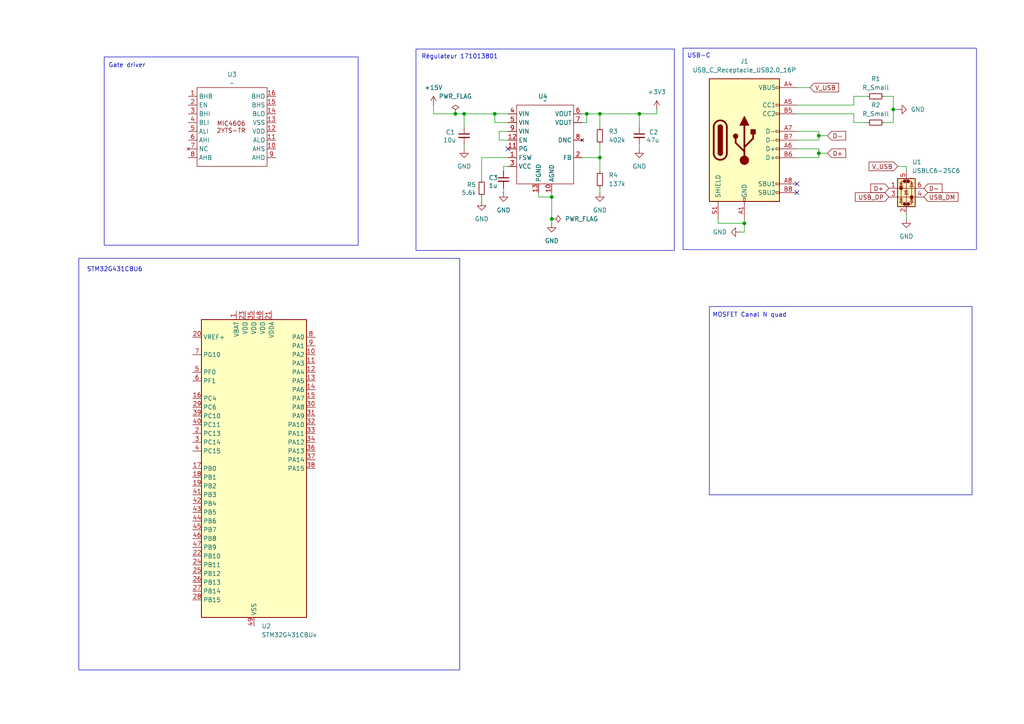
<source format=kicad_sch>
(kicad_sch (version 20231120) (generator "eeschema") (generator_version "8.0")
  (paper "A4")
  (lib_symbols
    (symbol "Connector:USB_C_Receptacle_USB2.0_16P" (pin_names (offset 1.016))
      (property "Reference" "J" (at 0 22.225 0))
      (property "Value" "USB_C_Receptacle_USB2.0_16P" (at 0 19.685 0))
      (symbol "USB_C_Receptacle_USB2.0_16P_0_0"
        (rectangle (start -0.254 -17.78) (end 0.254 -16.764))
        (rectangle (start 10.16 -14.986) (end 9.144 -15.494))
        (rectangle (start 10.16 -12.446) (end 9.144 -12.954))
        (rectangle (start 10.16 -4.826) (end 9.144 -5.334))
        (rectangle (start 10.16 -2.286) (end 9.144 -2.794))
        (rectangle (start 10.16 0.254) (end 9.144 -0.254))
        (rectangle (start 10.16 2.794) (end 9.144 2.286))
        (rectangle (start 10.16 7.874) (end 9.144 7.366))
        (rectangle (start 10.16 10.414) (end 9.144 9.906))
        (rectangle (start 10.16 15.494) (end 9.144 14.986))
      )
      (symbol "USB_C_Receptacle_USB2.0_16P_0_1"
        (rectangle (start -10.16 17.78) (end 10.16 -17.78) (stroke (width 0.254)) (fill (type background)))
        (arc (start -8.89 -3.81) (mid -6.985 -5.7067) (end -5.08 -3.81) (stroke (width 0.508)))
        (arc (start -7.62 -3.81) (mid -6.985 -4.4423) (end -6.35 -3.81) (stroke (width 0.254)))
        (arc (start -7.62 -3.81) (mid -6.985 -4.4423) (end -6.35 -3.81) (stroke (width 0.254)) (fill (type outline)))
        (rectangle (start -7.62 -3.81) (end -6.35 3.81) (stroke (width 0.254)) (fill (type outline)))
        (arc (start -6.35 3.81) (mid -6.985 4.4423) (end -7.62 3.81) (stroke (width 0.254)))
        (arc (start -6.35 3.81) (mid -6.985 4.4423) (end -7.62 3.81) (stroke (width 0.254)) (fill (type outline)))
        (arc (start -5.08 3.81) (mid -6.985 5.7067) (end -8.89 3.81) (stroke (width 0.508)))
        (circle (center -2.54 1.143) (radius 0.635) (stroke (width 0.254)) (fill (type outline)))
        (circle (center 0 -5.842) (radius 1.27) (fill (type outline)))
        (polyline (pts (xy -8.89 -3.81) (xy -8.89 3.81)) (stroke (width 0.508)))
        (polyline (pts (xy -5.08 3.81) (xy -5.08 -3.81)) (stroke (width 0.508)))
        (polyline (pts (xy 0 -5.842) (xy 0 4.318)) (stroke (width 0.508)))
        (polyline (pts (xy 0 -3.302) (xy -2.54 -0.762) (xy -2.54 0.508)) (stroke (width 0.508)))
        (polyline (pts (xy 0 -2.032) (xy 2.54 0.508) (xy 2.54 1.778)) (stroke (width 0.508)))
        (polyline (pts (xy -1.27 4.318) (xy 0 6.858) (xy 1.27 4.318) (xy -1.27 4.318)) (stroke (width 0.254)) (fill (type outline)))
        (rectangle (start 1.905 1.778) (end 3.175 3.048) (stroke (width 0.254)) (fill (type outline)))
      )
      (symbol "USB_C_Receptacle_USB2.0_16P_1_1"
        (pin passive line (at 0 -22.86 90) (length 5.08) (name "GND") (number "A1"))
        (pin passive line (at 0 -22.86 90) (length 5.08) hide (name "GND") (number "A12"))
        (pin passive line (at 15.24 15.24 180) (length 5.08) (name "VBUS") (number "A4"))
        (pin bidirectional line (at 15.24 10.16 180) (length 5.08) (name "CC1") (number "A5"))
        (pin bidirectional line (at 15.24 -2.54 180) (length 5.08) (name "D+") (number "A6"))
        (pin bidirectional line (at 15.24 2.54 180) (length 5.08) (name "D-") (number "A7"))
        (pin bidirectional line (at 15.24 -12.7 180) (length 5.08) (name "SBU1") (number "A8"))
        (pin passive line (at 15.24 15.24 180) (length 5.08) hide (name "VBUS") (number "A9"))
        (pin passive line (at 0 -22.86 90) (length 5.08) hide (name "GND") (number "B1"))
        (pin passive line (at 0 -22.86 90) (length 5.08) hide (name "GND") (number "B12"))
        (pin passive line (at 15.24 15.24 180) (length 5.08) hide (name "VBUS") (number "B4"))
        (pin bidirectional line (at 15.24 7.62 180) (length 5.08) (name "CC2") (number "B5"))
        (pin bidirectional line (at 15.24 -5.08 180) (length 5.08) (name "D+") (number "B6"))
        (pin bidirectional line (at 15.24 0 180) (length 5.08) (name "D-") (number "B7"))
        (pin bidirectional line (at 15.24 -15.24 180) (length 5.08) (name "SBU2") (number "B8"))
        (pin passive line (at 15.24 15.24 180) (length 5.08) hide (name "VBUS") (number "B9"))
        (pin passive line (at -7.62 -22.86 90) (length 5.08) (name "SHIELD") (number "S1"))
      )
    )
    (symbol "Device:C_Small" (pin_numbers hide) (pin_names (offset 0.254) hide)
      (property "Reference" "C" (at 0.254 1.778 0))
      (property "Value" "C_Small" (at 0.254 -2.032 0))
      (symbol "C_Small_0_1"
        (polyline (pts (xy -1.524 -0.508) (xy 1.524 -0.508)) (stroke (width 0.3302)))
        (polyline (pts (xy -1.524 0.508) (xy 1.524 0.508)) (stroke (width 0.3048)))
      )
      (symbol "C_Small_1_1"
        (pin passive line (at 0 2.54 270) (length 2.032) (name "~") (number "1"))
        (pin passive line (at 0 -2.54 90) (length 2.032) (name "~") (number "2"))
      )
    )
    (symbol "Device:R_Small" (pin_numbers hide) (pin_names (offset 0.254) hide)
      (property "Reference" "R" (at 0.762 0.508 0))
      (property "Value" "R_Small" (at 0.762 -1.016 0))
      (symbol "R_Small_0_1"
        (rectangle (start -0.762 1.778) (end 0.762 -1.778) (stroke (width 0.2032)))
      )
      (symbol "R_Small_1_1"
        (pin passive line (at 0 2.54 270) (length 0.762) (name "~") (number "1"))
        (pin passive line (at 0 -2.54 90) (length 0.762) (name "~") (number "2"))
      )
    )
    (symbol "MCU_ST_STM32G4:STM32G431CBUx"
      (property "Reference" "U" (at -15.24 44.45 0))
      (property "Value" "STM32G431CBUx" (at 7.62 44.45 0))
      (symbol "STM32G431CBUx_0_1"
        (rectangle (start -15.24 -43.18) (end 15.24 43.18) (stroke (width 0.254)) (fill (type background)))
      )
      (symbol "STM32G431CBUx_1_1"
        (pin power_in line (at -5.08 45.72 270) (length 2.54) (name "VBAT") (number "1"))
        (pin bidirectional line (at 17.78 33.02 180) (length 2.54) (name "PA2") (number "10"))
        (pin bidirectional line (at 17.78 30.48 180) (length 2.54) (name "PA3") (number "11"))
        (pin bidirectional line (at 17.78 27.94 180) (length 2.54) (name "PA4") (number "12"))
        (pin bidirectional line (at 17.78 25.4 180) (length 2.54) (name "PA5") (number "13"))
        (pin bidirectional line (at 17.78 22.86 180) (length 2.54) (name "PA6") (number "14"))
        (pin bidirectional line (at 17.78 20.32 180) (length 2.54) (name "PA7") (number "15"))
        (pin bidirectional line (at -17.78 20.32 0) (length 2.54) (name "PC4") (number "16"))
        (pin bidirectional line (at -17.78 0 0) (length 2.54) (name "PB0") (number "17"))
        (pin bidirectional line (at -17.78 -2.54 0) (length 2.54) (name "PB1") (number "18"))
        (pin bidirectional line (at -17.78 -5.08 0) (length 2.54) (name "PB2") (number "19"))
        (pin bidirectional line (at -17.78 10.16 0) (length 2.54) (name "PC13") (number "2"))
        (pin input line (at -17.78 38.1 0) (length 2.54) (name "VREF+") (number "20"))
        (pin power_in line (at 5.08 45.72 270) (length 2.54) (name "VDDA") (number "21"))
        (pin bidirectional line (at -17.78 -25.4 0) (length 2.54) (name "PB10") (number "22"))
        (pin power_in line (at -2.54 45.72 270) (length 2.54) (name "VDD") (number "23"))
        (pin bidirectional line (at -17.78 -27.94 0) (length 2.54) (name "PB11") (number "24"))
        (pin bidirectional line (at -17.78 -30.48 0) (length 2.54) (name "PB12") (number "25"))
        (pin bidirectional line (at -17.78 -33.02 0) (length 2.54) (name "PB13") (number "26"))
        (pin bidirectional line (at -17.78 -35.56 0) (length 2.54) (name "PB14") (number "27"))
        (pin bidirectional line (at -17.78 -38.1 0) (length 2.54) (name "PB15") (number "28"))
        (pin bidirectional line (at -17.78 17.78 0) (length 2.54) (name "PC6") (number "29"))
        (pin bidirectional line (at -17.78 7.62 0) (length 2.54) (name "PC14") (number "3"))
        (pin bidirectional line (at 17.78 17.78 180) (length 2.54) (name "PA8") (number "30"))
        (pin bidirectional line (at 17.78 15.24 180) (length 2.54) (name "PA9") (number "31"))
        (pin bidirectional line (at 17.78 12.7 180) (length 2.54) (name "PA10") (number "32"))
        (pin bidirectional line (at 17.78 10.16 180) (length 2.54) (name "PA11") (number "33"))
        (pin bidirectional line (at 17.78 7.62 180) (length 2.54) (name "PA12") (number "34"))
        (pin power_in line (at 0 45.72 270) (length 2.54) (name "VDD") (number "35"))
        (pin bidirectional line (at 17.78 5.08 180) (length 2.54) (name "PA13") (number "36"))
        (pin bidirectional line (at 17.78 2.54 180) (length 2.54) (name "PA14") (number "37"))
        (pin bidirectional line (at 17.78 0 180) (length 2.54) (name "PA15") (number "38"))
        (pin bidirectional line (at -17.78 15.24 0) (length 2.54) (name "PC10") (number "39"))
        (pin bidirectional line (at -17.78 5.08 0) (length 2.54) (name "PC15") (number "4"))
        (pin bidirectional line (at -17.78 12.7 0) (length 2.54) (name "PC11") (number "40"))
        (pin bidirectional line (at -17.78 -7.62 0) (length 2.54) (name "PB3") (number "41"))
        (pin bidirectional line (at -17.78 -10.16 0) (length 2.54) (name "PB4") (number "42"))
        (pin bidirectional line (at -17.78 -12.7 0) (length 2.54) (name "PB5") (number "43"))
        (pin bidirectional line (at -17.78 -15.24 0) (length 2.54) (name "PB6") (number "44"))
        (pin bidirectional line (at -17.78 -17.78 0) (length 2.54) (name "PB7") (number "45"))
        (pin bidirectional line (at -17.78 -20.32 0) (length 2.54) (name "PB8") (number "46"))
        (pin bidirectional line (at -17.78 -22.86 0) (length 2.54) (name "PB9") (number "47"))
        (pin power_in line (at 2.54 45.72 270) (length 2.54) (name "VDD") (number "48"))
        (pin power_in line (at 0 -45.72 90) (length 2.54) (name "VSS") (number "49"))
        (pin bidirectional line (at -17.78 27.94 0) (length 2.54) (name "PF0") (number "5"))
        (pin bidirectional line (at -17.78 25.4 0) (length 2.54) (name "PF1") (number "6"))
        (pin bidirectional line (at -17.78 33.02 0) (length 2.54) (name "PG10") (number "7"))
        (pin bidirectional line (at 17.78 38.1 180) (length 2.54) (name "PA0") (number "8"))
        (pin bidirectional line (at 17.78 35.56 180) (length 2.54) (name "PA1") (number "9"))
      )
    )
    (symbol "Power_Protection:USBLC6-2SC6" (pin_names hide)
      (property "Reference" "U" (at 0.635 5.715 0))
      (property "Value" "USBLC6-2SC6" (at 0.635 3.81 0))
      (symbol "USBLC6-2SC6_0_0"
        (circle (center -1.524 0) (radius 0.0001) (stroke (width 0.508)))
        (circle (center -0.508 -4.572) (radius 0.0001) (stroke (width 0.508)))
        (circle (center -0.508 2.032) (radius 0.0001) (stroke (width 0.508)))
        (circle (center 0.508 -4.572) (radius 0.0001) (stroke (width 0.508)))
        (circle (center 0.508 2.032) (radius 0.0001) (stroke (width 0.508)))
        (circle (center 1.524 -2.54) (radius 0.0001) (stroke (width 0.508)))
      )
      (symbol "USBLC6-2SC6_0_1"
        (polyline (pts (xy -2.54 -2.54) (xy 2.54 -2.54)))
        (polyline (pts (xy -2.54 0) (xy 2.54 0)))
        (polyline (pts (xy -2.032 -3.048) (xy -1.016 -3.048)))
        (polyline (pts (xy -1.016 1.524) (xy -2.032 1.524)))
        (polyline (pts (xy 1.016 -3.048) (xy 2.032 -3.048)))
        (polyline (pts (xy 1.016 1.524) (xy 2.032 1.524)))
        (polyline (pts (xy -0.508 -1.143) (xy -0.508 -0.762) (xy 0.508 -0.762)))
        (polyline (pts (xy -2.032 0.508) (xy -1.016 0.508) (xy -1.524 1.524) (xy -2.032 0.508)))
        (polyline (pts (xy -1.016 -4.064) (xy -2.032 -4.064) (xy -1.524 -3.048) (xy -1.016 -4.064)))
        (polyline (pts (xy 0.508 -1.778) (xy -0.508 -1.778) (xy 0 -0.762) (xy 0.508 -1.778)))
        (polyline (pts (xy 2.032 -4.064) (xy 1.016 -4.064) (xy 1.524 -3.048) (xy 2.032 -4.064)))
        (polyline (pts (xy 2.032 0.508) (xy 1.016 0.508) (xy 1.524 1.524) (xy 2.032 0.508)))
        (polyline (pts (xy 0 2.54) (xy -0.508 2.032) (xy 0.508 2.032) (xy 0 1.524) (xy 0 -4.064) (xy -0.508 -4.572) (xy 0.508 -4.572) (xy 0 -5.08)))
      )
      (symbol "USBLC6-2SC6_1_1"
        (rectangle (start -2.54 2.794) (end 2.54 -5.334) (stroke (width 0.254)) (fill (type background)))
        (polyline (pts (xy -0.508 2.032) (xy -1.524 2.032) (xy -1.524 -4.572) (xy -0.508 -4.572)))
        (polyline (pts (xy 0.508 -4.572) (xy 1.524 -4.572) (xy 1.524 2.032) (xy 0.508 2.032)))
        (pin passive line (at -5.08 0 0) (length 2.54) (name "I/O1") (number "1"))
        (pin passive line (at 0 -7.62 90) (length 2.54) (name "GND") (number "2"))
        (pin passive line (at -5.08 -2.54 0) (length 2.54) (name "I/O2") (number "3"))
        (pin passive line (at 5.08 -2.54 180) (length 2.54) (name "I/O2") (number "4"))
        (pin passive line (at 0 5.08 270) (length 2.54) (name "VBUS") (number "5"))
        (pin passive line (at 5.08 0 180) (length 2.54) (name "I/O1") (number "6"))
      )
    )
    (symbol "maker:MIC4606-2YTS-TR"
      (property "Reference" "U" (at -8.89 12.7 0))
      (symbol "MIC4606-2YTS-TR_1_1"
        (rectangle (start -10.16 11.43) (end 10.16 -11.43))
        (text "MIC4606\n2YTS-TR" (at -0.254 0 0) (effects (font (size 1.27 1.27))))
        (pin passive line (at -12.7 8.89 0) (length 2.54) (name "BHB") (number "1"))
        (pin passive line (at 12.7 -6.35 180) (length 2.54) (name "AHS") (number "10"))
        (pin output line (at 12.7 -3.81 180) (length 2.54) (name "ALO") (number "11"))
        (pin power_in line (at 12.7 -1.27 180) (length 2.54) (name "VDD") (number "12"))
        (pin power_in line (at 12.7 1.27 180) (length 2.54) (name "VSS") (number "13"))
        (pin output line (at 12.7 3.81 180) (length 2.54) (name "BLO") (number "14"))
        (pin passive line (at 12.7 6.35 180) (length 2.54) (name "BHS") (number "15"))
        (pin output line (at 12.7 8.89 180) (length 2.54) (name "BHO") (number "16"))
        (pin input line (at -12.7 6.35 0) (length 2.54) (name "EN") (number "2"))
        (pin input line (at -12.7 3.81 0) (length 2.54) (name "BHI") (number "3"))
        (pin input line (at -12.7 1.27 0) (length 2.54) (name "BLI") (number "4"))
        (pin input line (at -12.7 -1.27 0) (length 2.54) (name "ALI") (number "5"))
        (pin input line (at -12.7 -3.81 0) (length 2.54) (name "AHI") (number "6"))
        (pin no_connect line (at -12.7 -6.35 0) (length 2.54) (name "NC") (number "7"))
        (pin passive line (at -12.7 -8.89 0) (length 2.54) (name "AHB") (number "8"))
        (pin output line (at 12.7 -8.89 180) (length 2.54) (name "AHO") (number "9"))
      )
    )
    (symbol "maker:Regulator_171013801"
      (property "Reference" "U" (at 0 0 0))
      (symbol "Regulator_171013801_0_1"
        (rectangle (start -7.62 11.43) (end 8.89 -11.43))
      )
      (symbol "Regulator_171013801_1_1"
        (pin input line (at -10.16 -3.81 0) (length 2.54) (name "FSW") (number "1"))
        (pin power_in line (at 2.54 -13.97 90) (length 2.54) (name "AGND") (number "10"))
        (pin output line (at -10.16 -1.27 0) (length 2.54) (name "PG") (number "11"))
        (pin input line (at -10.16 1.27 0) (length 2.54) (name "EN") (number "12"))
        (pin power_in line (at -1.27 -13.97 90) (length 2.54) (name "PGND") (number "13"))
        (pin input line (at 11.43 -3.81 180) (length 2.54) (name "FB") (number "2"))
        (pin power_in line (at -10.16 -6.35 0) (length 2.54) (name "VCC") (number "3"))
        (pin power_in line (at -10.16 8.89 0) (length 2.54) (name "VIN") (number "4"))
        (pin power_in line (at -10.16 6.35 0) (length 2.54) (name "VIN") (number "5"))
        (pin power_out line (at 11.43 8.89 180) (length 2.54) (name "VOUT") (number "6"))
        (pin power_out line (at 11.43 6.35 180) (length 2.54) (name "VOUT") (number "7"))
        (pin no_connect line (at 11.43 1.27 180) (length 2.54) (name "DNC") (number "8"))
        (pin power_in line (at -10.16 3.81 0) (length 2.54) (name "VIN") (number "9"))
      )
    )
    (symbol "power:+15V" (power) (pin_numbers hide) (pin_names (offset 0) hide)
      (property "Value" "+15V" (at 0 3.556 0))
      (symbol "+15V_0_1"
        (polyline (pts (xy -0.762 1.27) (xy 0 2.54)))
        (polyline (pts (xy 0 0) (xy 0 2.54)))
        (polyline (pts (xy 0 2.54) (xy 0.762 1.27)))
      )
      (symbol "+15V_1_1"
        (pin power_in line (at 0 0 90) (length 0) (name "~") (number "1"))
      )
    )
    (symbol "power:+3V3" (power) (pin_numbers hide) (pin_names (offset 0) hide)
      (property "Value" "+3V3" (at 0 3.556 0))
      (symbol "+3V3_0_1"
        (polyline (pts (xy -0.762 1.27) (xy 0 2.54)))
        (polyline (pts (xy 0 0) (xy 0 2.54)))
        (polyline (pts (xy 0 2.54) (xy 0.762 1.27)))
      )
      (symbol "+3V3_1_1"
        (pin power_in line (at 0 0 90) (length 0) (name "~") (number "1"))
      )
    )
    (symbol "power:GND" (power) (pin_numbers hide) (pin_names (offset 0) hide)
      (property "Value" "GND" (at 0 -3.81 0))
      (symbol "GND_0_1"
        (polyline (pts (xy 0 0) (xy 0 -1.27) (xy 1.27 -1.27) (xy 0 -2.54) (xy -1.27 -1.27) (xy 0 -1.27)))
      )
      (symbol "GND_1_1"
        (pin power_in line (at 0 0 270) (length 0) (name "~") (number "1"))
      )
    )
    (symbol "power:PWR_FLAG" (power) (pin_numbers hide) (pin_names (offset 0) hide)
      (property "Value" "PWR_FLAG" (at 0 3.81 0))
      (symbol "PWR_FLAG_0_0"
        (pin power_out line (at 0 0 90) (length 0) (name "~") (number "1"))
      )
      (symbol "PWR_FLAG_0_1"
        (polyline (pts (xy 0 0) (xy 0 1.27) (xy -1.016 1.905) (xy 0 2.54) (xy 1.016 1.905) (xy 0 1.27)))
      )
    )
  )
  (junction (at 237.49 44.45))
  (junction (at 215.9 64.77))
  (junction (at 173.99 45.72))
  (junction (at 143.51 33.02))
  (junction (at 134.62 33.02))
  (junction (at 170.18 33.02))
  (junction (at 160.02 63.5))
  (junction (at 259.08 31.75))
  (junction (at 160.02 57.15))
  (junction (at 185.42 33.02))
  (junction (at 132.08 33.02))
  (junction (at 173.99 33.02))
  (junction (at 237.49 39.37))
  (no_connect (at 147.32 43.18))
  (no_connect (at 231.14 53.34))
  (no_connect (at 231.14 55.88))
  (wire (pts (xy 144.78 40.64) (xy 147.32 40.64)))
  (wire (pts (xy 125.73 33.02) (xy 132.08 33.02)))
  (wire (pts (xy 231.14 43.18) (xy 237.49 43.18)))
  (wire (pts (xy 173.99 33.02) (xy 173.99 36.83)))
  (wire (pts (xy 260.35 48.26) (xy 262.89 48.26)))
  (wire (pts (xy 147.32 38.1) (xy 144.78 38.1)))
  (wire (pts (xy 214.63 67.31) (xy 215.9 67.31)))
  (wire (pts (xy 146.05 48.26) (xy 147.32 48.26)))
  (wire (pts (xy 247.65 35.56) (xy 251.46 35.56)))
  (wire (pts (xy 134.62 41.91) (xy 134.62 43.18)))
  (wire (pts (xy 237.49 38.1) (xy 237.49 39.37)))
  (wire (pts (xy 132.08 33.02) (xy 134.62 33.02)))
  (wire (pts (xy 237.49 45.72) (xy 231.14 45.72)))
  (wire (pts (xy 237.49 43.18) (xy 237.49 44.45)))
  (wire (pts (xy 146.05 54.61) (xy 146.05 55.88)))
  (wire (pts (xy 247.65 30.48) (xy 247.65 27.94)))
  (wire (pts (xy 146.05 49.53) (xy 146.05 48.26)))
  (wire (pts (xy 259.08 27.94) (xy 259.08 31.75)))
  (wire (pts (xy 256.54 27.94) (xy 259.08 27.94)))
  (wire (pts (xy 173.99 45.72) (xy 173.99 49.53)))
  (wire (pts (xy 231.14 30.48) (xy 247.65 30.48)))
  (wire (pts (xy 215.9 67.31) (xy 215.9 64.77)))
  (wire (pts (xy 147.32 33.02) (xy 143.51 33.02)))
  (wire (pts (xy 173.99 41.91) (xy 173.99 45.72)))
  (wire (pts (xy 170.18 33.02) (xy 173.99 33.02)))
  (wire (pts (xy 173.99 54.61) (xy 173.99 55.88)))
  (wire (pts (xy 247.65 33.02) (xy 247.65 35.56)))
  (wire (pts (xy 259.08 35.56) (xy 256.54 35.56)))
  (wire (pts (xy 215.9 64.77) (xy 215.9 63.5)))
  (wire (pts (xy 237.49 44.45) (xy 240.03 44.45)))
  (wire (pts (xy 185.42 33.02) (xy 173.99 33.02)))
  (wire (pts (xy 259.08 31.75) (xy 259.08 35.56)))
  (wire (pts (xy 144.78 38.1) (xy 144.78 40.64)))
  (wire (pts (xy 237.49 44.45) (xy 237.49 45.72)))
  (wire (pts (xy 185.42 33.02) (xy 185.42 36.83)))
  (wire (pts (xy 168.91 45.72) (xy 173.99 45.72)))
  (wire (pts (xy 262.89 48.26) (xy 262.89 49.53)))
  (wire (pts (xy 190.5 31.75) (xy 190.5 33.02)))
  (wire (pts (xy 259.08 31.75) (xy 260.35 31.75)))
  (wire (pts (xy 208.28 63.5) (xy 208.28 64.77)))
  (wire (pts (xy 160.02 57.15) (xy 160.02 63.5)))
  (wire (pts (xy 237.49 39.37) (xy 237.49 40.64)))
  (wire (pts (xy 134.62 33.02) (xy 134.62 36.83)))
  (wire (pts (xy 134.62 33.02) (xy 143.51 33.02)))
  (wire (pts (xy 160.02 57.15) (xy 156.21 57.15)))
  (wire (pts (xy 156.21 57.15) (xy 156.21 55.88)))
  (wire (pts (xy 147.32 45.72) (xy 139.7 45.72)))
  (wire (pts (xy 170.18 33.02) (xy 168.91 33.02)))
  (wire (pts (xy 231.14 38.1) (xy 237.49 38.1)))
  (wire (pts (xy 231.14 25.4) (xy 234.95 25.4)))
  (wire (pts (xy 160.02 63.5) (xy 160.02 64.77)))
  (wire (pts (xy 247.65 27.94) (xy 251.46 27.94)))
  (wire (pts (xy 262.89 62.23) (xy 262.89 63.5)))
  (wire (pts (xy 160.02 55.88) (xy 160.02 57.15)))
  (wire (pts (xy 237.49 40.64) (xy 231.14 40.64)))
  (wire (pts (xy 143.51 33.02) (xy 143.51 35.56)))
  (wire (pts (xy 170.18 35.56) (xy 170.18 33.02)))
  (wire (pts (xy 139.7 57.15) (xy 139.7 58.42)))
  (wire (pts (xy 125.73 33.02) (xy 125.73 30.48)))
  (wire (pts (xy 190.5 33.02) (xy 185.42 33.02)))
  (wire (pts (xy 168.91 35.56) (xy 170.18 35.56)))
  (wire (pts (xy 143.51 35.56) (xy 147.32 35.56)))
  (wire (pts (xy 237.49 39.37) (xy 240.03 39.37)))
  (wire (pts (xy 139.7 45.72) (xy 139.7 52.07)))
  (wire (pts (xy 185.42 41.91) (xy 185.42 43.18)))
  (wire (pts (xy 231.14 33.02) (xy 247.65 33.02)))
  (wire (pts (xy 208.28 64.77) (xy 215.9 64.77)))
  (rectangle (start 22.86 74.93) (end 133.35 194.31))
  (rectangle (start 205.74 88.9) (end 281.94 143.51))
  (rectangle (start 30.226 16.51) (end 103.886 71.12))
  (rectangle (start 120.65 14.224) (end 195.58 72.644))
  (rectangle (start 198.12 13.97) (end 283.21 72.39))
  (text "MOSFET Canal N quad" (at 217.424 91.44 0) (effects (font (size 1.27 1.27))))
  (text "Gate driver" (at 36.83 19.05 0) (effects (font (size 1.27 1.27))))
  (text "STM32G431CBU6" (at 33.274 78.232 0) (effects (font (size 1.27 1.27))))
  (text "Régulateur 171013801" (at 133.35 16.51 0) (effects (font (size 1.27 1.27))))
  (text "USB-C" (at 202.692 16.256 0) (effects (font (size 1.27 1.27))))
  (global_label "D+" (shape input) (at 240.03 44.45 0) (property "Intersheetrefs" "${INTERSHEET_REFS}" (effects (hide yes))))
  (global_label "V_USB" (shape input) (at 260.35 48.26 180) (property "Intersheetrefs" "${INTERSHEET_REFS}" (effects (hide yes))))
  (global_label "D+" (shape input) (at 257.81 54.61 180) (property "Intersheetrefs" "${INTERSHEET_REFS}" (effects (hide yes))))
  (global_label "D-" (shape input) (at 267.97 54.61 0) (property "Intersheetrefs" "${INTERSHEET_REFS}" (effects (hide yes))))
  (global_label "USB_DP" (shape input) (at 257.81 57.15 180) (property "Intersheetrefs" "${INTERSHEET_REFS}" (effects (hide yes))))
  (global_label "USB_DM" (shape input) (at 267.97 57.15 0) (property "Intersheetrefs" "${INTERSHEET_REFS}" (effects (hide yes))))
  (global_label "V_USB" (shape input) (at 234.95 25.4 0) (property "Intersheetrefs" "${INTERSHEET_REFS}" (effects (hide yes))))
  (global_label "D-" (shape input) (at 240.03 39.37 0) (property "Intersheetrefs" "${INTERSHEET_REFS}" (effects (hide yes))))
  (symbol (lib_id "MCU_ST_STM32G4:STM32G431CBUx") (at 73.66 135.89 0) (unit 1)
    (property "Reference" "U2" (at 75.8541 181.61 0) (effects (justify left)))
    (property "Value" "STM32G431CBUx" (at 75.8541 184.15 0) (effects (justify left)))
    (property "Footprint" "Package_DFN_QFN:QFN-48-1EP_7x7mm_P0.5mm_EP5.6x5.6mm" (effects (hide yes)))
    (property "Datasheet" "https://www.st.com/resource/en/datasheet/stm32g431cb.pdf" (effects (hide yes)))
    (property "Description" "STMicroelectronics Arm Cortex-M4 MCU, 128KB flash, 32KB RAM, 170 MHz, 1.71-3.6V, 42 GPIO, UFQFPN48" (effects (hide yes)))
  )
  (symbol (lib_id "power:GND") (at 262.89 63.5 0) (unit 1)
    (property "Reference" "#PWR03" (effects (hide yes)))
    (property "Value" "GND" (at 262.89 68.58 0))
    (property "Description" "Power symbol creates a global label with name \"GND\" , ground" (effects (hide yes)))
  )
  (symbol (lib_id "power:GND") (at 139.7 58.42 0) (unit 1)
    (property "Reference" "#PWR011" (effects (hide yes)))
    (property "Value" "GND" (at 139.7 63.5 0))
    (property "Description" "Power symbol creates a global label with name \"GND\" , ground" (effects (hide yes)))
  )
  (symbol (lib_id "power:+15V") (at 125.73 30.48 0) (unit 1)
    (property "Reference" "#PWR05" (effects (hide yes)))
    (property "Value" "+15V" (at 125.73 25.4 0))
    (property "Description" "Power symbol creates a global label with name \"+15V\"" (effects (hide yes)))
  )
  (symbol (lib_id "maker:Regulator_171013801") (at 157.48 41.91 0) (unit 1)
    (property "Reference" "U4" (at 157.48 27.94 0))
    (property "Value" "~" (at 158.115 29.21 0))
  )
  (symbol (lib_id "Connector:USB_C_Receptacle_USB2.0_16P") (at 215.9 40.64 0) (unit 1)
    (property "Reference" "J1" (at 215.9 17.78 0))
    (property "Value" "USB_C_Receptacle_USB2.0_16P" (at 215.9 20.32 0))
    (property "Datasheet" "https://www.usb.org/sites/default/files/documents/usb_type-c.zip" (effects (hide yes)))
    (property "Description" "USB 2.0-only 16P Type-C Receptacle connector" (effects (hide yes)))
  )
  (symbol (lib_id "power:GND") (at 185.42 43.18 0) (unit 1)
    (property "Reference" "#PWR09" (effects (hide yes)))
    (property "Value" "GND" (at 185.42 48.26 0))
    (property "Description" "Power symbol creates a global label with name \"GND\" , ground" (effects (hide yes)))
  )
  (symbol (lib_id "Device:R_Small") (at 173.99 39.37 0) (unit 1)
    (property "Reference" "R3" (at 176.53 38.0999 0) (effects (justify left)))
    (property "Value" "402k" (at 176.53 40.6399 0) (effects (justify left)))
    (property "Description" "Resistor, small symbol" (effects (hide yes)))
  )
  (symbol (lib_id "Device:R_Small") (at 173.99 52.07 0) (unit 1)
    (property "Reference" "R4" (at 176.53 50.7999 0) (effects (justify left)))
    (property "Value" "137k" (at 176.53 53.3399 0) (effects (justify left)))
    (property "Description" "Resistor, small symbol" (effects (hide yes)))
  )
  (symbol (lib_id "Device:C_Small") (at 134.62 39.37 0) (unit 1)
    (property "Reference" "C1" (at 129.286 38.354 0) (effects (justify left)))
    (property "Value" "10u" (at 128.524 40.64 0) (effects (justify left)))
    (property "Description" "Unpolarized capacitor, small symbol" (effects (hide yes)))
  )
  (symbol (lib_id "maker:MIC4606-2YTS-TR") (at 67.31 36.83 0) (unit 1)
    (property "Reference" "U3" (at 67.31 21.59 0))
    (property "Value" "~" (at 67.31 24.13 0))
  )
  (symbol (lib_id "power:GND") (at 134.62 43.18 0) (unit 1)
    (property "Reference" "#PWR08" (effects (hide yes)))
    (property "Value" "GND" (at 134.62 48.26 0))
    (property "Description" "Power symbol creates a global label with name \"GND\" , ground" (effects (hide yes)))
  )
  (symbol (lib_id "Device:R_Small") (at 139.7 54.61 0) (unit 1)
    (property "Reference" "R5" (at 135.382 53.594 0) (effects (justify left)))
    (property "Value" "5.6k" (at 133.858 55.88 0) (effects (justify left)))
    (property "Description" "Resistor, small symbol" (effects (hide yes)))
  )
  (symbol (lib_id "power:GND") (at 260.35 31.75 90) (unit 1)
    (property "Reference" "#PWR01" (effects (hide yes)))
    (property "Value" "GND" (at 264.16 31.7499 90) (effects (justify right)))
    (property "Description" "Power symbol creates a global label with name \"GND\" , ground" (effects (hide yes)))
  )
  (symbol (lib_id "Device:R_Small") (at 254 35.56 90) (unit 1)
    (property "Reference" "R2" (at 254 30.48 90))
    (property "Value" "R_Small" (at 254 33.02 90))
    (property "Description" "Resistor, small symbol" (effects (hide yes)))
  )
  (symbol (lib_id "Device:C_Small") (at 185.42 39.37 0) (unit 1)
    (property "Reference" "C2" (at 188.214 38.354 0) (effects (justify left)))
    (property "Value" "47u" (at 187.452 40.64 0) (effects (justify left)))
    (property "Description" "Unpolarized capacitor, small symbol" (effects (hide yes)))
  )
  (symbol (lib_id "power:PWR_FLAG") (at 132.08 33.02 0) (unit 1)
    (property "Reference" "#FLG01" (effects (hide yes)))
    (property "Value" "PWR_FLAG" (at 132.08 27.94 0))
    (property "Description" "Special symbol for telling ERC where power comes from" (effects (hide yes)))
  )
  (symbol (lib_id "power:GND") (at 173.99 55.88 0) (unit 1)
    (property "Reference" "#PWR06" (effects (hide yes)))
    (property "Value" "GND" (at 173.99 60.96 0))
    (property "Description" "Power symbol creates a global label with name \"GND\" , ground" (effects (hide yes)))
  )
  (symbol (lib_id "Power_Protection:USBLC6-2SC6") (at 262.89 54.61 0) (unit 1)
    (property "Reference" "U1" (at 264.5411 46.99 0) (effects (justify left)))
    (property "Value" "USBLC6-2SC6" (at 264.5411 49.53 0) (effects (justify left)))
    (property "Footprint" "Package_TO_SOT_SMD:SOT-23-6" (effects (hide yes)))
    (property "Datasheet" "https://www.st.com/resource/en/datasheet/usblc6-2.pdf" (effects (hide yes)))
    (property "Description" "Very low capacitance ESD protection diode, 2 data-line, SOT-23-6" (effects (hide yes)))
  )
  (symbol (lib_id "power:+3V3") (at 190.5 31.75 0) (unit 1)
    (property "Reference" "#PWR07" (effects (hide yes)))
    (property "Value" "+3V3" (at 190.5 26.67 0))
    (property "Description" "Power symbol creates a global label with name \"+3V3\"" (effects (hide yes)))
  )
  (symbol (lib_id "Device:R_Small") (at 254 27.94 90) (unit 1)
    (property "Reference" "R1" (at 254 22.86 90))
    (property "Value" "R_Small" (at 254 25.4 90))
    (property "Description" "Resistor, small symbol" (effects (hide yes)))
  )
  (symbol (lib_id "Device:C_Small") (at 146.05 52.07 0) (unit 1)
    (property "Reference" "C3" (at 141.732 51.562 0) (effects (justify left)))
    (property "Value" "1u" (at 141.732 53.848 0) (effects (justify left)))
    (property "Description" "Unpolarized capacitor, small symbol" (effects (hide yes)))
  )
  (symbol (lib_id "power:PWR_FLAG") (at 160.02 63.5 270) (unit 1)
    (property "Reference" "#FLG02" (effects (hide yes)))
    (property "Value" "PWR_FLAG" (at 163.83 63.4999 90) (effects (justify left)))
    (property "Description" "Special symbol for telling ERC where power comes from" (effects (hide yes)))
  )
  (symbol (lib_id "power:GND") (at 146.05 55.88 0) (unit 1)
    (property "Reference" "#PWR010" (effects (hide yes)))
    (property "Value" "GND" (at 146.05 60.96 0))
    (property "Description" "Power symbol creates a global label with name \"GND\" , ground" (effects (hide yes)))
  )
  (symbol (lib_id "power:GND") (at 214.63 67.31 270) (unit 1)
    (property "Reference" "#PWR02" (effects (hide yes)))
    (property "Value" "GND" (at 210.82 67.3099 90) (effects (justify right)))
    (property "Description" "Power symbol creates a global label with name \"GND\" , ground" (effects (hide yes)))
  )
  (symbol (lib_id "power:GND") (at 160.02 64.77 0) (unit 1)
    (property "Reference" "#PWR04" (effects (hide yes)))
    (property "Value" "GND" (at 160.02 69.85 0))
    (property "Description" "Power symbol creates a global label with name \"GND\" , ground" (effects (hide yes)))
  )
)
</source>
